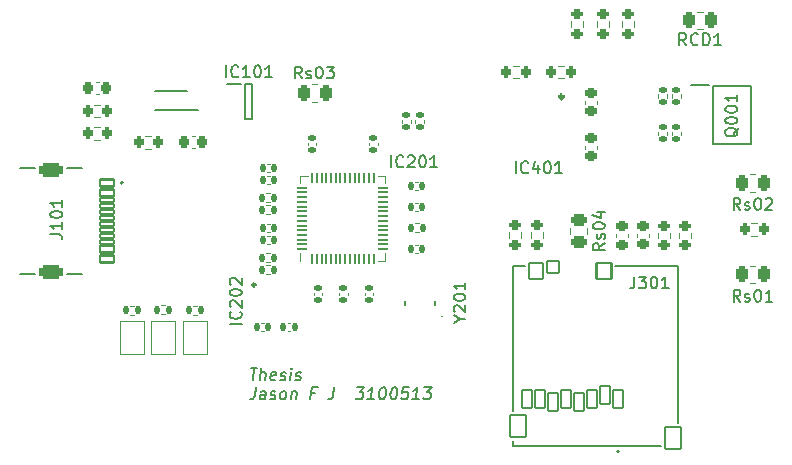
<source format=gto>
%TF.GenerationSoftware,KiCad,Pcbnew,7.0.10*%
%TF.CreationDate,2024-04-09T11:26:51+02:00*%
%TF.ProjectId,SolarCurveTracer,536f6c61-7243-4757-9276-655472616365,v1.0*%
%TF.SameCoordinates,Original*%
%TF.FileFunction,Legend,Top*%
%TF.FilePolarity,Positive*%
%FSLAX46Y46*%
G04 Gerber Fmt 4.6, Leading zero omitted, Abs format (unit mm)*
G04 Created by KiCad (PCBNEW 7.0.10) date 2024-04-09 11:26:51*
%MOMM*%
%LPD*%
G01*
G04 APERTURE LIST*
G04 Aperture macros list*
%AMRoundRect*
0 Rectangle with rounded corners*
0 $1 Rounding radius*
0 $2 $3 $4 $5 $6 $7 $8 $9 X,Y pos of 4 corners*
0 Add a 4 corners polygon primitive as box body*
4,1,4,$2,$3,$4,$5,$6,$7,$8,$9,$2,$3,0*
0 Add four circle primitives for the rounded corners*
1,1,$1+$1,$2,$3*
1,1,$1+$1,$4,$5*
1,1,$1+$1,$6,$7*
1,1,$1+$1,$8,$9*
0 Add four rect primitives between the rounded corners*
20,1,$1+$1,$2,$3,$4,$5,0*
20,1,$1+$1,$4,$5,$6,$7,0*
20,1,$1+$1,$6,$7,$8,$9,0*
20,1,$1+$1,$8,$9,$2,$3,0*%
%AMFreePoly0*
4,1,6,1.000000,0.000000,0.500000,-0.750000,-0.500000,-0.750000,-0.500000,0.750000,0.500000,0.750000,1.000000,0.000000,1.000000,0.000000,$1*%
%AMFreePoly1*
4,1,6,0.500000,-0.750000,-0.650000,-0.750000,-0.150000,0.000000,-0.650000,0.750000,0.500000,0.750000,0.500000,-0.750000,0.500000,-0.750000,$1*%
G04 Aperture macros list end*
%ADD10C,0.150000*%
%ADD11C,0.120000*%
%ADD12C,0.100000*%
%ADD13C,0.200000*%
%ADD14C,0.250000*%
%ADD15C,0.325000*%
%ADD16RoundRect,0.135000X-0.135000X-0.185000X0.135000X-0.185000X0.135000X0.185000X-0.135000X0.185000X0*%
%ADD17R,1.050000X1.300000*%
%ADD18RoundRect,0.200000X-0.200000X-0.275000X0.200000X-0.275000X0.200000X0.275000X-0.200000X0.275000X0*%
%ADD19RoundRect,0.135000X0.185000X-0.135000X0.185000X0.135000X-0.185000X0.135000X-0.185000X-0.135000X0*%
%ADD20RoundRect,0.200000X0.275000X-0.200000X0.275000X0.200000X-0.275000X0.200000X-0.275000X-0.200000X0*%
%ADD21RoundRect,0.225000X0.250000X-0.225000X0.250000X0.225000X-0.250000X0.225000X-0.250000X-0.225000X0*%
%ADD22RoundRect,0.140000X-0.140000X-0.170000X0.140000X-0.170000X0.140000X0.170000X-0.140000X0.170000X0*%
%ADD23RoundRect,0.140000X0.140000X0.170000X-0.140000X0.170000X-0.140000X-0.170000X0.140000X-0.170000X0*%
%ADD24RoundRect,0.200000X0.200000X0.275000X-0.200000X0.275000X-0.200000X-0.275000X0.200000X-0.275000X0*%
%ADD25RoundRect,0.250000X0.262500X0.450000X-0.262500X0.450000X-0.262500X-0.450000X0.262500X-0.450000X0*%
%ADD26RoundRect,0.135000X0.135000X0.185000X-0.135000X0.185000X-0.135000X-0.185000X0.135000X-0.185000X0*%
%ADD27R,0.900000X0.300000*%
%ADD28R,0.250000X1.650000*%
%ADD29RoundRect,0.140000X-0.170000X0.140000X-0.170000X-0.140000X0.170000X-0.140000X0.170000X0.140000X0*%
%ADD30FreePoly0,270.000000*%
%ADD31FreePoly1,270.000000*%
%ADD32C,0.650000*%
%ADD33RoundRect,0.102000X-0.575000X0.300000X-0.575000X-0.300000X0.575000X-0.300000X0.575000X0.300000X0*%
%ADD34RoundRect,0.102000X-0.575000X0.150000X-0.575000X-0.150000X0.575000X-0.150000X0.575000X0.150000X0*%
%ADD35O,2.304000X1.204000*%
%ADD36RoundRect,0.301000X-0.701000X0.301000X-0.701000X-0.301000X0.701000X-0.301000X0.701000X0.301000X0*%
%ADD37C,6.400000*%
%ADD38RoundRect,0.250000X-0.450000X0.262500X-0.450000X-0.262500X0.450000X-0.262500X0.450000X0.262500X0*%
%ADD39RoundRect,0.225000X-0.250000X0.225000X-0.250000X-0.225000X0.250000X-0.225000X0.250000X0.225000X0*%
%ADD40RoundRect,0.250000X-0.262500X-0.450000X0.262500X-0.450000X0.262500X0.450000X-0.262500X0.450000X0*%
%ADD41R,1.525000X0.700000*%
%ADD42RoundRect,0.225000X0.225000X0.250000X-0.225000X0.250000X-0.225000X-0.250000X0.225000X-0.250000X0*%
%ADD43RoundRect,0.050000X0.050000X-0.387500X0.050000X0.387500X-0.050000X0.387500X-0.050000X-0.387500X0*%
%ADD44RoundRect,0.050000X0.387500X-0.050000X0.387500X0.050000X-0.387500X0.050000X-0.387500X-0.050000X0*%
%ADD45R,3.200000X3.200000*%
%ADD46RoundRect,0.140000X0.170000X-0.140000X0.170000X0.140000X-0.170000X0.140000X-0.170000X-0.140000X0*%
%ADD47R,0.350000X0.850000*%
%ADD48R,0.850000X0.350000*%
%ADD49R,2.700000X2.700000*%
%ADD50RoundRect,0.102000X-0.700000X-0.950000X0.700000X-0.950000X0.700000X0.950000X-0.700000X0.950000X0*%
%ADD51RoundRect,0.102000X-0.600000X-0.700000X0.600000X-0.700000X0.600000X0.700000X-0.600000X0.700000X0*%
%ADD52RoundRect,0.102000X-0.650000X-0.700000X0.650000X-0.700000X0.650000X0.700000X-0.650000X0.700000X0*%
%ADD53RoundRect,0.102000X-0.400000X-0.750000X0.400000X-0.750000X0.400000X0.750000X-0.400000X0.750000X0*%
%ADD54RoundRect,0.102000X-0.500000X-0.520000X0.500000X-0.520000X0.500000X0.520000X-0.500000X0.520000X0*%
%ADD55RoundRect,0.200000X-0.275000X0.200000X-0.275000X-0.200000X0.275000X-0.200000X0.275000X0.200000X0*%
%ADD56RoundRect,0.135000X-0.185000X0.135000X-0.185000X-0.135000X0.185000X-0.135000X0.185000X0.135000X0*%
%ADD57R,1.200000X0.600000*%
%ADD58R,1.050000X0.750000*%
%ADD59C,1.803400*%
%ADD60R,1.700000X1.700000*%
%ADD61O,1.700000X1.700000*%
%ADD62R,1.600000X1.600000*%
%ADD63C,1.600000*%
G04 APERTURE END LIST*
D10*
X133256569Y-115014219D02*
X133827998Y-115014219D01*
X133417284Y-116014219D02*
X133542284Y-115014219D01*
X134036331Y-116014219D02*
X134161331Y-115014219D01*
X134464903Y-116014219D02*
X134530379Y-115490409D01*
X134530379Y-115490409D02*
X134494665Y-115395171D01*
X134494665Y-115395171D02*
X134405379Y-115347552D01*
X134405379Y-115347552D02*
X134262522Y-115347552D01*
X134262522Y-115347552D02*
X134161331Y-115395171D01*
X134161331Y-115395171D02*
X134107760Y-115442790D01*
X135327998Y-115966600D02*
X135226808Y-116014219D01*
X135226808Y-116014219D02*
X135036331Y-116014219D01*
X135036331Y-116014219D02*
X134947046Y-115966600D01*
X134947046Y-115966600D02*
X134911331Y-115871361D01*
X134911331Y-115871361D02*
X134958951Y-115490409D01*
X134958951Y-115490409D02*
X135018474Y-115395171D01*
X135018474Y-115395171D02*
X135119665Y-115347552D01*
X135119665Y-115347552D02*
X135310141Y-115347552D01*
X135310141Y-115347552D02*
X135399427Y-115395171D01*
X135399427Y-115395171D02*
X135435141Y-115490409D01*
X135435141Y-115490409D02*
X135423236Y-115585647D01*
X135423236Y-115585647D02*
X134935141Y-115680885D01*
X135756570Y-115966600D02*
X135845855Y-116014219D01*
X135845855Y-116014219D02*
X136036332Y-116014219D01*
X136036332Y-116014219D02*
X136137522Y-115966600D01*
X136137522Y-115966600D02*
X136197046Y-115871361D01*
X136197046Y-115871361D02*
X136202998Y-115823742D01*
X136202998Y-115823742D02*
X136167284Y-115728504D01*
X136167284Y-115728504D02*
X136077998Y-115680885D01*
X136077998Y-115680885D02*
X135935141Y-115680885D01*
X135935141Y-115680885D02*
X135845855Y-115633266D01*
X135845855Y-115633266D02*
X135810141Y-115538028D01*
X135810141Y-115538028D02*
X135816094Y-115490409D01*
X135816094Y-115490409D02*
X135875617Y-115395171D01*
X135875617Y-115395171D02*
X135976808Y-115347552D01*
X135976808Y-115347552D02*
X136119665Y-115347552D01*
X136119665Y-115347552D02*
X136208951Y-115395171D01*
X136607760Y-116014219D02*
X136691094Y-115347552D01*
X136732760Y-115014219D02*
X136679189Y-115061838D01*
X136679189Y-115061838D02*
X136720856Y-115109457D01*
X136720856Y-115109457D02*
X136774427Y-115061838D01*
X136774427Y-115061838D02*
X136732760Y-115014219D01*
X136732760Y-115014219D02*
X136720856Y-115109457D01*
X137042284Y-115966600D02*
X137131569Y-116014219D01*
X137131569Y-116014219D02*
X137322046Y-116014219D01*
X137322046Y-116014219D02*
X137423236Y-115966600D01*
X137423236Y-115966600D02*
X137482760Y-115871361D01*
X137482760Y-115871361D02*
X137488712Y-115823742D01*
X137488712Y-115823742D02*
X137452998Y-115728504D01*
X137452998Y-115728504D02*
X137363712Y-115680885D01*
X137363712Y-115680885D02*
X137220855Y-115680885D01*
X137220855Y-115680885D02*
X137131569Y-115633266D01*
X137131569Y-115633266D02*
X137095855Y-115538028D01*
X137095855Y-115538028D02*
X137101808Y-115490409D01*
X137101808Y-115490409D02*
X137161331Y-115395171D01*
X137161331Y-115395171D02*
X137262522Y-115347552D01*
X137262522Y-115347552D02*
X137405379Y-115347552D01*
X137405379Y-115347552D02*
X137494665Y-115395171D01*
X133685141Y-116624219D02*
X133595855Y-117338504D01*
X133595855Y-117338504D02*
X133530379Y-117481361D01*
X133530379Y-117481361D02*
X133423236Y-117576600D01*
X133423236Y-117576600D02*
X133274426Y-117624219D01*
X133274426Y-117624219D02*
X133179188Y-117624219D01*
X134464903Y-117624219D02*
X134530379Y-117100409D01*
X134530379Y-117100409D02*
X134494665Y-117005171D01*
X134494665Y-117005171D02*
X134405379Y-116957552D01*
X134405379Y-116957552D02*
X134214903Y-116957552D01*
X134214903Y-116957552D02*
X134113712Y-117005171D01*
X134470855Y-117576600D02*
X134369665Y-117624219D01*
X134369665Y-117624219D02*
X134131569Y-117624219D01*
X134131569Y-117624219D02*
X134042284Y-117576600D01*
X134042284Y-117576600D02*
X134006569Y-117481361D01*
X134006569Y-117481361D02*
X134018474Y-117386123D01*
X134018474Y-117386123D02*
X134077998Y-117290885D01*
X134077998Y-117290885D02*
X134179189Y-117243266D01*
X134179189Y-117243266D02*
X134417284Y-117243266D01*
X134417284Y-117243266D02*
X134518474Y-117195647D01*
X134899427Y-117576600D02*
X134988712Y-117624219D01*
X134988712Y-117624219D02*
X135179189Y-117624219D01*
X135179189Y-117624219D02*
X135280379Y-117576600D01*
X135280379Y-117576600D02*
X135339903Y-117481361D01*
X135339903Y-117481361D02*
X135345855Y-117433742D01*
X135345855Y-117433742D02*
X135310141Y-117338504D01*
X135310141Y-117338504D02*
X135220855Y-117290885D01*
X135220855Y-117290885D02*
X135077998Y-117290885D01*
X135077998Y-117290885D02*
X134988712Y-117243266D01*
X134988712Y-117243266D02*
X134952998Y-117148028D01*
X134952998Y-117148028D02*
X134958951Y-117100409D01*
X134958951Y-117100409D02*
X135018474Y-117005171D01*
X135018474Y-117005171D02*
X135119665Y-116957552D01*
X135119665Y-116957552D02*
X135262522Y-116957552D01*
X135262522Y-116957552D02*
X135351808Y-117005171D01*
X135893475Y-117624219D02*
X135804189Y-117576600D01*
X135804189Y-117576600D02*
X135762522Y-117528980D01*
X135762522Y-117528980D02*
X135726808Y-117433742D01*
X135726808Y-117433742D02*
X135762522Y-117148028D01*
X135762522Y-117148028D02*
X135822046Y-117052790D01*
X135822046Y-117052790D02*
X135875617Y-117005171D01*
X135875617Y-117005171D02*
X135976808Y-116957552D01*
X135976808Y-116957552D02*
X136119665Y-116957552D01*
X136119665Y-116957552D02*
X136208951Y-117005171D01*
X136208951Y-117005171D02*
X136250617Y-117052790D01*
X136250617Y-117052790D02*
X136286332Y-117148028D01*
X136286332Y-117148028D02*
X136250617Y-117433742D01*
X136250617Y-117433742D02*
X136191094Y-117528980D01*
X136191094Y-117528980D02*
X136137522Y-117576600D01*
X136137522Y-117576600D02*
X136036332Y-117624219D01*
X136036332Y-117624219D02*
X135893475Y-117624219D01*
X136738713Y-116957552D02*
X136655379Y-117624219D01*
X136726808Y-117052790D02*
X136780379Y-117005171D01*
X136780379Y-117005171D02*
X136881570Y-116957552D01*
X136881570Y-116957552D02*
X137024427Y-116957552D01*
X137024427Y-116957552D02*
X137113713Y-117005171D01*
X137113713Y-117005171D02*
X137149427Y-117100409D01*
X137149427Y-117100409D02*
X137083951Y-117624219D01*
X138720856Y-117100409D02*
X138387523Y-117100409D01*
X138322046Y-117624219D02*
X138447046Y-116624219D01*
X138447046Y-116624219D02*
X138923237Y-116624219D01*
X140351809Y-116624219D02*
X140262523Y-117338504D01*
X140262523Y-117338504D02*
X140197047Y-117481361D01*
X140197047Y-117481361D02*
X140089904Y-117576600D01*
X140089904Y-117576600D02*
X139941094Y-117624219D01*
X139941094Y-117624219D02*
X139845856Y-117624219D01*
X142256571Y-116624219D02*
X142875619Y-116624219D01*
X142875619Y-116624219D02*
X142494667Y-117005171D01*
X142494667Y-117005171D02*
X142637524Y-117005171D01*
X142637524Y-117005171D02*
X142726809Y-117052790D01*
X142726809Y-117052790D02*
X142768476Y-117100409D01*
X142768476Y-117100409D02*
X142804190Y-117195647D01*
X142804190Y-117195647D02*
X142774428Y-117433742D01*
X142774428Y-117433742D02*
X142714905Y-117528980D01*
X142714905Y-117528980D02*
X142661333Y-117576600D01*
X142661333Y-117576600D02*
X142560143Y-117624219D01*
X142560143Y-117624219D02*
X142274428Y-117624219D01*
X142274428Y-117624219D02*
X142185143Y-117576600D01*
X142185143Y-117576600D02*
X142143476Y-117528980D01*
X143703000Y-117624219D02*
X143131571Y-117624219D01*
X143417286Y-117624219D02*
X143542286Y-116624219D01*
X143542286Y-116624219D02*
X143429190Y-116767076D01*
X143429190Y-116767076D02*
X143322048Y-116862314D01*
X143322048Y-116862314D02*
X143220857Y-116909933D01*
X144447048Y-116624219D02*
X144542286Y-116624219D01*
X144542286Y-116624219D02*
X144631571Y-116671838D01*
X144631571Y-116671838D02*
X144673238Y-116719457D01*
X144673238Y-116719457D02*
X144708952Y-116814695D01*
X144708952Y-116814695D02*
X144732762Y-117005171D01*
X144732762Y-117005171D02*
X144703000Y-117243266D01*
X144703000Y-117243266D02*
X144631571Y-117433742D01*
X144631571Y-117433742D02*
X144572048Y-117528980D01*
X144572048Y-117528980D02*
X144518476Y-117576600D01*
X144518476Y-117576600D02*
X144417286Y-117624219D01*
X144417286Y-117624219D02*
X144322048Y-117624219D01*
X144322048Y-117624219D02*
X144232762Y-117576600D01*
X144232762Y-117576600D02*
X144191095Y-117528980D01*
X144191095Y-117528980D02*
X144155381Y-117433742D01*
X144155381Y-117433742D02*
X144131571Y-117243266D01*
X144131571Y-117243266D02*
X144161333Y-117005171D01*
X144161333Y-117005171D02*
X144232762Y-116814695D01*
X144232762Y-116814695D02*
X144292286Y-116719457D01*
X144292286Y-116719457D02*
X144345857Y-116671838D01*
X144345857Y-116671838D02*
X144447048Y-116624219D01*
X145399429Y-116624219D02*
X145494667Y-116624219D01*
X145494667Y-116624219D02*
X145583952Y-116671838D01*
X145583952Y-116671838D02*
X145625619Y-116719457D01*
X145625619Y-116719457D02*
X145661333Y-116814695D01*
X145661333Y-116814695D02*
X145685143Y-117005171D01*
X145685143Y-117005171D02*
X145655381Y-117243266D01*
X145655381Y-117243266D02*
X145583952Y-117433742D01*
X145583952Y-117433742D02*
X145524429Y-117528980D01*
X145524429Y-117528980D02*
X145470857Y-117576600D01*
X145470857Y-117576600D02*
X145369667Y-117624219D01*
X145369667Y-117624219D02*
X145274429Y-117624219D01*
X145274429Y-117624219D02*
X145185143Y-117576600D01*
X145185143Y-117576600D02*
X145143476Y-117528980D01*
X145143476Y-117528980D02*
X145107762Y-117433742D01*
X145107762Y-117433742D02*
X145083952Y-117243266D01*
X145083952Y-117243266D02*
X145113714Y-117005171D01*
X145113714Y-117005171D02*
X145185143Y-116814695D01*
X145185143Y-116814695D02*
X145244667Y-116719457D01*
X145244667Y-116719457D02*
X145298238Y-116671838D01*
X145298238Y-116671838D02*
X145399429Y-116624219D01*
X146637524Y-116624219D02*
X146161333Y-116624219D01*
X146161333Y-116624219D02*
X146054191Y-117100409D01*
X146054191Y-117100409D02*
X146107762Y-117052790D01*
X146107762Y-117052790D02*
X146208952Y-117005171D01*
X146208952Y-117005171D02*
X146447048Y-117005171D01*
X146447048Y-117005171D02*
X146536333Y-117052790D01*
X146536333Y-117052790D02*
X146578000Y-117100409D01*
X146578000Y-117100409D02*
X146613714Y-117195647D01*
X146613714Y-117195647D02*
X146583952Y-117433742D01*
X146583952Y-117433742D02*
X146524429Y-117528980D01*
X146524429Y-117528980D02*
X146470857Y-117576600D01*
X146470857Y-117576600D02*
X146369667Y-117624219D01*
X146369667Y-117624219D02*
X146131571Y-117624219D01*
X146131571Y-117624219D02*
X146042286Y-117576600D01*
X146042286Y-117576600D02*
X146000619Y-117528980D01*
X147512524Y-117624219D02*
X146941095Y-117624219D01*
X147226810Y-117624219D02*
X147351810Y-116624219D01*
X147351810Y-116624219D02*
X147238714Y-116767076D01*
X147238714Y-116767076D02*
X147131572Y-116862314D01*
X147131572Y-116862314D02*
X147030381Y-116909933D01*
X147970857Y-116624219D02*
X148589905Y-116624219D01*
X148589905Y-116624219D02*
X148208953Y-117005171D01*
X148208953Y-117005171D02*
X148351810Y-117005171D01*
X148351810Y-117005171D02*
X148441095Y-117052790D01*
X148441095Y-117052790D02*
X148482762Y-117100409D01*
X148482762Y-117100409D02*
X148518476Y-117195647D01*
X148518476Y-117195647D02*
X148488714Y-117433742D01*
X148488714Y-117433742D02*
X148429191Y-117528980D01*
X148429191Y-117528980D02*
X148375619Y-117576600D01*
X148375619Y-117576600D02*
X148274429Y-117624219D01*
X148274429Y-117624219D02*
X147988714Y-117624219D01*
X147988714Y-117624219D02*
X147899429Y-117576600D01*
X147899429Y-117576600D02*
X147857762Y-117528980D01*
X150956228Y-110851771D02*
X151432419Y-110851771D01*
X150432419Y-111185104D02*
X150956228Y-110851771D01*
X150956228Y-110851771D02*
X150432419Y-110518438D01*
X150527657Y-110232723D02*
X150480038Y-110185104D01*
X150480038Y-110185104D02*
X150432419Y-110089866D01*
X150432419Y-110089866D02*
X150432419Y-109851771D01*
X150432419Y-109851771D02*
X150480038Y-109756533D01*
X150480038Y-109756533D02*
X150527657Y-109708914D01*
X150527657Y-109708914D02*
X150622895Y-109661295D01*
X150622895Y-109661295D02*
X150718133Y-109661295D01*
X150718133Y-109661295D02*
X150860990Y-109708914D01*
X150860990Y-109708914D02*
X151432419Y-110280342D01*
X151432419Y-110280342D02*
X151432419Y-109661295D01*
X150432419Y-109042247D02*
X150432419Y-108947009D01*
X150432419Y-108947009D02*
X150480038Y-108851771D01*
X150480038Y-108851771D02*
X150527657Y-108804152D01*
X150527657Y-108804152D02*
X150622895Y-108756533D01*
X150622895Y-108756533D02*
X150813371Y-108708914D01*
X150813371Y-108708914D02*
X151051466Y-108708914D01*
X151051466Y-108708914D02*
X151241942Y-108756533D01*
X151241942Y-108756533D02*
X151337180Y-108804152D01*
X151337180Y-108804152D02*
X151384800Y-108851771D01*
X151384800Y-108851771D02*
X151432419Y-108947009D01*
X151432419Y-108947009D02*
X151432419Y-109042247D01*
X151432419Y-109042247D02*
X151384800Y-109137485D01*
X151384800Y-109137485D02*
X151337180Y-109185104D01*
X151337180Y-109185104D02*
X151241942Y-109232723D01*
X151241942Y-109232723D02*
X151051466Y-109280342D01*
X151051466Y-109280342D02*
X150813371Y-109280342D01*
X150813371Y-109280342D02*
X150622895Y-109232723D01*
X150622895Y-109232723D02*
X150527657Y-109185104D01*
X150527657Y-109185104D02*
X150480038Y-109137485D01*
X150480038Y-109137485D02*
X150432419Y-109042247D01*
X151432419Y-107756533D02*
X151432419Y-108327961D01*
X151432419Y-108042247D02*
X150432419Y-108042247D01*
X150432419Y-108042247D02*
X150575276Y-108137485D01*
X150575276Y-108137485D02*
X150670514Y-108232723D01*
X150670514Y-108232723D02*
X150718133Y-108327961D01*
X170130933Y-87652019D02*
X169797600Y-87175828D01*
X169559505Y-87652019D02*
X169559505Y-86652019D01*
X169559505Y-86652019D02*
X169940457Y-86652019D01*
X169940457Y-86652019D02*
X170035695Y-86699638D01*
X170035695Y-86699638D02*
X170083314Y-86747257D01*
X170083314Y-86747257D02*
X170130933Y-86842495D01*
X170130933Y-86842495D02*
X170130933Y-86985352D01*
X170130933Y-86985352D02*
X170083314Y-87080590D01*
X170083314Y-87080590D02*
X170035695Y-87128209D01*
X170035695Y-87128209D02*
X169940457Y-87175828D01*
X169940457Y-87175828D02*
X169559505Y-87175828D01*
X171130933Y-87556780D02*
X171083314Y-87604400D01*
X171083314Y-87604400D02*
X170940457Y-87652019D01*
X170940457Y-87652019D02*
X170845219Y-87652019D01*
X170845219Y-87652019D02*
X170702362Y-87604400D01*
X170702362Y-87604400D02*
X170607124Y-87509161D01*
X170607124Y-87509161D02*
X170559505Y-87413923D01*
X170559505Y-87413923D02*
X170511886Y-87223447D01*
X170511886Y-87223447D02*
X170511886Y-87080590D01*
X170511886Y-87080590D02*
X170559505Y-86890114D01*
X170559505Y-86890114D02*
X170607124Y-86794876D01*
X170607124Y-86794876D02*
X170702362Y-86699638D01*
X170702362Y-86699638D02*
X170845219Y-86652019D01*
X170845219Y-86652019D02*
X170940457Y-86652019D01*
X170940457Y-86652019D02*
X171083314Y-86699638D01*
X171083314Y-86699638D02*
X171130933Y-86747257D01*
X171559505Y-87652019D02*
X171559505Y-86652019D01*
X171559505Y-86652019D02*
X171797600Y-86652019D01*
X171797600Y-86652019D02*
X171940457Y-86699638D01*
X171940457Y-86699638D02*
X172035695Y-86794876D01*
X172035695Y-86794876D02*
X172083314Y-86890114D01*
X172083314Y-86890114D02*
X172130933Y-87080590D01*
X172130933Y-87080590D02*
X172130933Y-87223447D01*
X172130933Y-87223447D02*
X172083314Y-87413923D01*
X172083314Y-87413923D02*
X172035695Y-87509161D01*
X172035695Y-87509161D02*
X171940457Y-87604400D01*
X171940457Y-87604400D02*
X171797600Y-87652019D01*
X171797600Y-87652019D02*
X171559505Y-87652019D01*
X173083314Y-87652019D02*
X172511886Y-87652019D01*
X172797600Y-87652019D02*
X172797600Y-86652019D01*
X172797600Y-86652019D02*
X172702362Y-86794876D01*
X172702362Y-86794876D02*
X172607124Y-86890114D01*
X172607124Y-86890114D02*
X172511886Y-86937733D01*
X132484019Y-111250170D02*
X131484019Y-111250170D01*
X132388780Y-110202552D02*
X132436400Y-110250171D01*
X132436400Y-110250171D02*
X132484019Y-110393028D01*
X132484019Y-110393028D02*
X132484019Y-110488266D01*
X132484019Y-110488266D02*
X132436400Y-110631123D01*
X132436400Y-110631123D02*
X132341161Y-110726361D01*
X132341161Y-110726361D02*
X132245923Y-110773980D01*
X132245923Y-110773980D02*
X132055447Y-110821599D01*
X132055447Y-110821599D02*
X131912590Y-110821599D01*
X131912590Y-110821599D02*
X131722114Y-110773980D01*
X131722114Y-110773980D02*
X131626876Y-110726361D01*
X131626876Y-110726361D02*
X131531638Y-110631123D01*
X131531638Y-110631123D02*
X131484019Y-110488266D01*
X131484019Y-110488266D02*
X131484019Y-110393028D01*
X131484019Y-110393028D02*
X131531638Y-110250171D01*
X131531638Y-110250171D02*
X131579257Y-110202552D01*
X131579257Y-109821599D02*
X131531638Y-109773980D01*
X131531638Y-109773980D02*
X131484019Y-109678742D01*
X131484019Y-109678742D02*
X131484019Y-109440647D01*
X131484019Y-109440647D02*
X131531638Y-109345409D01*
X131531638Y-109345409D02*
X131579257Y-109297790D01*
X131579257Y-109297790D02*
X131674495Y-109250171D01*
X131674495Y-109250171D02*
X131769733Y-109250171D01*
X131769733Y-109250171D02*
X131912590Y-109297790D01*
X131912590Y-109297790D02*
X132484019Y-109869218D01*
X132484019Y-109869218D02*
X132484019Y-109250171D01*
X131484019Y-108631123D02*
X131484019Y-108535885D01*
X131484019Y-108535885D02*
X131531638Y-108440647D01*
X131531638Y-108440647D02*
X131579257Y-108393028D01*
X131579257Y-108393028D02*
X131674495Y-108345409D01*
X131674495Y-108345409D02*
X131864971Y-108297790D01*
X131864971Y-108297790D02*
X132103066Y-108297790D01*
X132103066Y-108297790D02*
X132293542Y-108345409D01*
X132293542Y-108345409D02*
X132388780Y-108393028D01*
X132388780Y-108393028D02*
X132436400Y-108440647D01*
X132436400Y-108440647D02*
X132484019Y-108535885D01*
X132484019Y-108535885D02*
X132484019Y-108631123D01*
X132484019Y-108631123D02*
X132436400Y-108726361D01*
X132436400Y-108726361D02*
X132388780Y-108773980D01*
X132388780Y-108773980D02*
X132293542Y-108821599D01*
X132293542Y-108821599D02*
X132103066Y-108869218D01*
X132103066Y-108869218D02*
X131864971Y-108869218D01*
X131864971Y-108869218D02*
X131674495Y-108821599D01*
X131674495Y-108821599D02*
X131579257Y-108773980D01*
X131579257Y-108773980D02*
X131531638Y-108726361D01*
X131531638Y-108726361D02*
X131484019Y-108631123D01*
X131579257Y-107916837D02*
X131531638Y-107869218D01*
X131531638Y-107869218D02*
X131484019Y-107773980D01*
X131484019Y-107773980D02*
X131484019Y-107535885D01*
X131484019Y-107535885D02*
X131531638Y-107440647D01*
X131531638Y-107440647D02*
X131579257Y-107393028D01*
X131579257Y-107393028D02*
X131674495Y-107345409D01*
X131674495Y-107345409D02*
X131769733Y-107345409D01*
X131769733Y-107345409D02*
X131912590Y-107393028D01*
X131912590Y-107393028D02*
X132484019Y-107964456D01*
X132484019Y-107964456D02*
X132484019Y-107345409D01*
X116294819Y-103647714D02*
X117009104Y-103647714D01*
X117009104Y-103647714D02*
X117151961Y-103695333D01*
X117151961Y-103695333D02*
X117247200Y-103790571D01*
X117247200Y-103790571D02*
X117294819Y-103933428D01*
X117294819Y-103933428D02*
X117294819Y-104028666D01*
X117294819Y-102647714D02*
X117294819Y-103219142D01*
X117294819Y-102933428D02*
X116294819Y-102933428D01*
X116294819Y-102933428D02*
X116437676Y-103028666D01*
X116437676Y-103028666D02*
X116532914Y-103123904D01*
X116532914Y-103123904D02*
X116580533Y-103219142D01*
X116294819Y-102028666D02*
X116294819Y-101933428D01*
X116294819Y-101933428D02*
X116342438Y-101838190D01*
X116342438Y-101838190D02*
X116390057Y-101790571D01*
X116390057Y-101790571D02*
X116485295Y-101742952D01*
X116485295Y-101742952D02*
X116675771Y-101695333D01*
X116675771Y-101695333D02*
X116913866Y-101695333D01*
X116913866Y-101695333D02*
X117104342Y-101742952D01*
X117104342Y-101742952D02*
X117199580Y-101790571D01*
X117199580Y-101790571D02*
X117247200Y-101838190D01*
X117247200Y-101838190D02*
X117294819Y-101933428D01*
X117294819Y-101933428D02*
X117294819Y-102028666D01*
X117294819Y-102028666D02*
X117247200Y-102123904D01*
X117247200Y-102123904D02*
X117199580Y-102171523D01*
X117199580Y-102171523D02*
X117104342Y-102219142D01*
X117104342Y-102219142D02*
X116913866Y-102266761D01*
X116913866Y-102266761D02*
X116675771Y-102266761D01*
X116675771Y-102266761D02*
X116485295Y-102219142D01*
X116485295Y-102219142D02*
X116390057Y-102171523D01*
X116390057Y-102171523D02*
X116342438Y-102123904D01*
X116342438Y-102123904D02*
X116294819Y-102028666D01*
X117294819Y-100742952D02*
X117294819Y-101314380D01*
X117294819Y-101028666D02*
X116294819Y-101028666D01*
X116294819Y-101028666D02*
X116437676Y-101123904D01*
X116437676Y-101123904D02*
X116532914Y-101219142D01*
X116532914Y-101219142D02*
X116580533Y-101314380D01*
X163218019Y-104425619D02*
X162741828Y-104758952D01*
X163218019Y-104997047D02*
X162218019Y-104997047D01*
X162218019Y-104997047D02*
X162218019Y-104616095D01*
X162218019Y-104616095D02*
X162265638Y-104520857D01*
X162265638Y-104520857D02*
X162313257Y-104473238D01*
X162313257Y-104473238D02*
X162408495Y-104425619D01*
X162408495Y-104425619D02*
X162551352Y-104425619D01*
X162551352Y-104425619D02*
X162646590Y-104473238D01*
X162646590Y-104473238D02*
X162694209Y-104520857D01*
X162694209Y-104520857D02*
X162741828Y-104616095D01*
X162741828Y-104616095D02*
X162741828Y-104997047D01*
X163170400Y-104044666D02*
X163218019Y-103949428D01*
X163218019Y-103949428D02*
X163218019Y-103758952D01*
X163218019Y-103758952D02*
X163170400Y-103663714D01*
X163170400Y-103663714D02*
X163075161Y-103616095D01*
X163075161Y-103616095D02*
X163027542Y-103616095D01*
X163027542Y-103616095D02*
X162932304Y-103663714D01*
X162932304Y-103663714D02*
X162884685Y-103758952D01*
X162884685Y-103758952D02*
X162884685Y-103901809D01*
X162884685Y-103901809D02*
X162837066Y-103997047D01*
X162837066Y-103997047D02*
X162741828Y-104044666D01*
X162741828Y-104044666D02*
X162694209Y-104044666D01*
X162694209Y-104044666D02*
X162598971Y-103997047D01*
X162598971Y-103997047D02*
X162551352Y-103901809D01*
X162551352Y-103901809D02*
X162551352Y-103758952D01*
X162551352Y-103758952D02*
X162598971Y-103663714D01*
X162218019Y-102997047D02*
X162218019Y-102901809D01*
X162218019Y-102901809D02*
X162265638Y-102806571D01*
X162265638Y-102806571D02*
X162313257Y-102758952D01*
X162313257Y-102758952D02*
X162408495Y-102711333D01*
X162408495Y-102711333D02*
X162598971Y-102663714D01*
X162598971Y-102663714D02*
X162837066Y-102663714D01*
X162837066Y-102663714D02*
X163027542Y-102711333D01*
X163027542Y-102711333D02*
X163122780Y-102758952D01*
X163122780Y-102758952D02*
X163170400Y-102806571D01*
X163170400Y-102806571D02*
X163218019Y-102901809D01*
X163218019Y-102901809D02*
X163218019Y-102997047D01*
X163218019Y-102997047D02*
X163170400Y-103092285D01*
X163170400Y-103092285D02*
X163122780Y-103139904D01*
X163122780Y-103139904D02*
X163027542Y-103187523D01*
X163027542Y-103187523D02*
X162837066Y-103235142D01*
X162837066Y-103235142D02*
X162598971Y-103235142D01*
X162598971Y-103235142D02*
X162408495Y-103187523D01*
X162408495Y-103187523D02*
X162313257Y-103139904D01*
X162313257Y-103139904D02*
X162265638Y-103092285D01*
X162265638Y-103092285D02*
X162218019Y-102997047D01*
X162551352Y-101806571D02*
X163218019Y-101806571D01*
X162170400Y-102044666D02*
X162884685Y-102282761D01*
X162884685Y-102282761D02*
X162884685Y-101663714D01*
X174720380Y-101597619D02*
X174387047Y-101121428D01*
X174148952Y-101597619D02*
X174148952Y-100597619D01*
X174148952Y-100597619D02*
X174529904Y-100597619D01*
X174529904Y-100597619D02*
X174625142Y-100645238D01*
X174625142Y-100645238D02*
X174672761Y-100692857D01*
X174672761Y-100692857D02*
X174720380Y-100788095D01*
X174720380Y-100788095D02*
X174720380Y-100930952D01*
X174720380Y-100930952D02*
X174672761Y-101026190D01*
X174672761Y-101026190D02*
X174625142Y-101073809D01*
X174625142Y-101073809D02*
X174529904Y-101121428D01*
X174529904Y-101121428D02*
X174148952Y-101121428D01*
X175101333Y-101550000D02*
X175196571Y-101597619D01*
X175196571Y-101597619D02*
X175387047Y-101597619D01*
X175387047Y-101597619D02*
X175482285Y-101550000D01*
X175482285Y-101550000D02*
X175529904Y-101454761D01*
X175529904Y-101454761D02*
X175529904Y-101407142D01*
X175529904Y-101407142D02*
X175482285Y-101311904D01*
X175482285Y-101311904D02*
X175387047Y-101264285D01*
X175387047Y-101264285D02*
X175244190Y-101264285D01*
X175244190Y-101264285D02*
X175148952Y-101216666D01*
X175148952Y-101216666D02*
X175101333Y-101121428D01*
X175101333Y-101121428D02*
X175101333Y-101073809D01*
X175101333Y-101073809D02*
X175148952Y-100978571D01*
X175148952Y-100978571D02*
X175244190Y-100930952D01*
X175244190Y-100930952D02*
X175387047Y-100930952D01*
X175387047Y-100930952D02*
X175482285Y-100978571D01*
X176148952Y-100597619D02*
X176244190Y-100597619D01*
X176244190Y-100597619D02*
X176339428Y-100645238D01*
X176339428Y-100645238D02*
X176387047Y-100692857D01*
X176387047Y-100692857D02*
X176434666Y-100788095D01*
X176434666Y-100788095D02*
X176482285Y-100978571D01*
X176482285Y-100978571D02*
X176482285Y-101216666D01*
X176482285Y-101216666D02*
X176434666Y-101407142D01*
X176434666Y-101407142D02*
X176387047Y-101502380D01*
X176387047Y-101502380D02*
X176339428Y-101550000D01*
X176339428Y-101550000D02*
X176244190Y-101597619D01*
X176244190Y-101597619D02*
X176148952Y-101597619D01*
X176148952Y-101597619D02*
X176053714Y-101550000D01*
X176053714Y-101550000D02*
X176006095Y-101502380D01*
X176006095Y-101502380D02*
X175958476Y-101407142D01*
X175958476Y-101407142D02*
X175910857Y-101216666D01*
X175910857Y-101216666D02*
X175910857Y-100978571D01*
X175910857Y-100978571D02*
X175958476Y-100788095D01*
X175958476Y-100788095D02*
X176006095Y-100692857D01*
X176006095Y-100692857D02*
X176053714Y-100645238D01*
X176053714Y-100645238D02*
X176148952Y-100597619D01*
X176863238Y-100692857D02*
X176910857Y-100645238D01*
X176910857Y-100645238D02*
X177006095Y-100597619D01*
X177006095Y-100597619D02*
X177244190Y-100597619D01*
X177244190Y-100597619D02*
X177339428Y-100645238D01*
X177339428Y-100645238D02*
X177387047Y-100692857D01*
X177387047Y-100692857D02*
X177434666Y-100788095D01*
X177434666Y-100788095D02*
X177434666Y-100883333D01*
X177434666Y-100883333D02*
X177387047Y-101026190D01*
X177387047Y-101026190D02*
X176815619Y-101597619D01*
X176815619Y-101597619D02*
X177434666Y-101597619D01*
X174720380Y-109370019D02*
X174387047Y-108893828D01*
X174148952Y-109370019D02*
X174148952Y-108370019D01*
X174148952Y-108370019D02*
X174529904Y-108370019D01*
X174529904Y-108370019D02*
X174625142Y-108417638D01*
X174625142Y-108417638D02*
X174672761Y-108465257D01*
X174672761Y-108465257D02*
X174720380Y-108560495D01*
X174720380Y-108560495D02*
X174720380Y-108703352D01*
X174720380Y-108703352D02*
X174672761Y-108798590D01*
X174672761Y-108798590D02*
X174625142Y-108846209D01*
X174625142Y-108846209D02*
X174529904Y-108893828D01*
X174529904Y-108893828D02*
X174148952Y-108893828D01*
X175101333Y-109322400D02*
X175196571Y-109370019D01*
X175196571Y-109370019D02*
X175387047Y-109370019D01*
X175387047Y-109370019D02*
X175482285Y-109322400D01*
X175482285Y-109322400D02*
X175529904Y-109227161D01*
X175529904Y-109227161D02*
X175529904Y-109179542D01*
X175529904Y-109179542D02*
X175482285Y-109084304D01*
X175482285Y-109084304D02*
X175387047Y-109036685D01*
X175387047Y-109036685D02*
X175244190Y-109036685D01*
X175244190Y-109036685D02*
X175148952Y-108989066D01*
X175148952Y-108989066D02*
X175101333Y-108893828D01*
X175101333Y-108893828D02*
X175101333Y-108846209D01*
X175101333Y-108846209D02*
X175148952Y-108750971D01*
X175148952Y-108750971D02*
X175244190Y-108703352D01*
X175244190Y-108703352D02*
X175387047Y-108703352D01*
X175387047Y-108703352D02*
X175482285Y-108750971D01*
X176148952Y-108370019D02*
X176244190Y-108370019D01*
X176244190Y-108370019D02*
X176339428Y-108417638D01*
X176339428Y-108417638D02*
X176387047Y-108465257D01*
X176387047Y-108465257D02*
X176434666Y-108560495D01*
X176434666Y-108560495D02*
X176482285Y-108750971D01*
X176482285Y-108750971D02*
X176482285Y-108989066D01*
X176482285Y-108989066D02*
X176434666Y-109179542D01*
X176434666Y-109179542D02*
X176387047Y-109274780D01*
X176387047Y-109274780D02*
X176339428Y-109322400D01*
X176339428Y-109322400D02*
X176244190Y-109370019D01*
X176244190Y-109370019D02*
X176148952Y-109370019D01*
X176148952Y-109370019D02*
X176053714Y-109322400D01*
X176053714Y-109322400D02*
X176006095Y-109274780D01*
X176006095Y-109274780D02*
X175958476Y-109179542D01*
X175958476Y-109179542D02*
X175910857Y-108989066D01*
X175910857Y-108989066D02*
X175910857Y-108750971D01*
X175910857Y-108750971D02*
X175958476Y-108560495D01*
X175958476Y-108560495D02*
X176006095Y-108465257D01*
X176006095Y-108465257D02*
X176053714Y-108417638D01*
X176053714Y-108417638D02*
X176148952Y-108370019D01*
X177434666Y-109370019D02*
X176863238Y-109370019D01*
X177148952Y-109370019D02*
X177148952Y-108370019D01*
X177148952Y-108370019D02*
X177053714Y-108512876D01*
X177053714Y-108512876D02*
X176958476Y-108608114D01*
X176958476Y-108608114D02*
X176863238Y-108655733D01*
X174540057Y-94646619D02*
X174492438Y-94741857D01*
X174492438Y-94741857D02*
X174397200Y-94837095D01*
X174397200Y-94837095D02*
X174254342Y-94979952D01*
X174254342Y-94979952D02*
X174206723Y-95075190D01*
X174206723Y-95075190D02*
X174206723Y-95170428D01*
X174444819Y-95122809D02*
X174397200Y-95218047D01*
X174397200Y-95218047D02*
X174301961Y-95313285D01*
X174301961Y-95313285D02*
X174111485Y-95360904D01*
X174111485Y-95360904D02*
X173778152Y-95360904D01*
X173778152Y-95360904D02*
X173587676Y-95313285D01*
X173587676Y-95313285D02*
X173492438Y-95218047D01*
X173492438Y-95218047D02*
X173444819Y-95122809D01*
X173444819Y-95122809D02*
X173444819Y-94932333D01*
X173444819Y-94932333D02*
X173492438Y-94837095D01*
X173492438Y-94837095D02*
X173587676Y-94741857D01*
X173587676Y-94741857D02*
X173778152Y-94694238D01*
X173778152Y-94694238D02*
X174111485Y-94694238D01*
X174111485Y-94694238D02*
X174301961Y-94741857D01*
X174301961Y-94741857D02*
X174397200Y-94837095D01*
X174397200Y-94837095D02*
X174444819Y-94932333D01*
X174444819Y-94932333D02*
X174444819Y-95122809D01*
X173444819Y-94075190D02*
X173444819Y-93979952D01*
X173444819Y-93979952D02*
X173492438Y-93884714D01*
X173492438Y-93884714D02*
X173540057Y-93837095D01*
X173540057Y-93837095D02*
X173635295Y-93789476D01*
X173635295Y-93789476D02*
X173825771Y-93741857D01*
X173825771Y-93741857D02*
X174063866Y-93741857D01*
X174063866Y-93741857D02*
X174254342Y-93789476D01*
X174254342Y-93789476D02*
X174349580Y-93837095D01*
X174349580Y-93837095D02*
X174397200Y-93884714D01*
X174397200Y-93884714D02*
X174444819Y-93979952D01*
X174444819Y-93979952D02*
X174444819Y-94075190D01*
X174444819Y-94075190D02*
X174397200Y-94170428D01*
X174397200Y-94170428D02*
X174349580Y-94218047D01*
X174349580Y-94218047D02*
X174254342Y-94265666D01*
X174254342Y-94265666D02*
X174063866Y-94313285D01*
X174063866Y-94313285D02*
X173825771Y-94313285D01*
X173825771Y-94313285D02*
X173635295Y-94265666D01*
X173635295Y-94265666D02*
X173540057Y-94218047D01*
X173540057Y-94218047D02*
X173492438Y-94170428D01*
X173492438Y-94170428D02*
X173444819Y-94075190D01*
X173444819Y-93122809D02*
X173444819Y-93027571D01*
X173444819Y-93027571D02*
X173492438Y-92932333D01*
X173492438Y-92932333D02*
X173540057Y-92884714D01*
X173540057Y-92884714D02*
X173635295Y-92837095D01*
X173635295Y-92837095D02*
X173825771Y-92789476D01*
X173825771Y-92789476D02*
X174063866Y-92789476D01*
X174063866Y-92789476D02*
X174254342Y-92837095D01*
X174254342Y-92837095D02*
X174349580Y-92884714D01*
X174349580Y-92884714D02*
X174397200Y-92932333D01*
X174397200Y-92932333D02*
X174444819Y-93027571D01*
X174444819Y-93027571D02*
X174444819Y-93122809D01*
X174444819Y-93122809D02*
X174397200Y-93218047D01*
X174397200Y-93218047D02*
X174349580Y-93265666D01*
X174349580Y-93265666D02*
X174254342Y-93313285D01*
X174254342Y-93313285D02*
X174063866Y-93360904D01*
X174063866Y-93360904D02*
X173825771Y-93360904D01*
X173825771Y-93360904D02*
X173635295Y-93313285D01*
X173635295Y-93313285D02*
X173540057Y-93265666D01*
X173540057Y-93265666D02*
X173492438Y-93218047D01*
X173492438Y-93218047D02*
X173444819Y-93122809D01*
X174444819Y-91837095D02*
X174444819Y-92408523D01*
X174444819Y-92122809D02*
X173444819Y-92122809D01*
X173444819Y-92122809D02*
X173587676Y-92218047D01*
X173587676Y-92218047D02*
X173682914Y-92313285D01*
X173682914Y-92313285D02*
X173730533Y-92408523D01*
X145137429Y-97990819D02*
X145137429Y-96990819D01*
X146185047Y-97895580D02*
X146137428Y-97943200D01*
X146137428Y-97943200D02*
X145994571Y-97990819D01*
X145994571Y-97990819D02*
X145899333Y-97990819D01*
X145899333Y-97990819D02*
X145756476Y-97943200D01*
X145756476Y-97943200D02*
X145661238Y-97847961D01*
X145661238Y-97847961D02*
X145613619Y-97752723D01*
X145613619Y-97752723D02*
X145566000Y-97562247D01*
X145566000Y-97562247D02*
X145566000Y-97419390D01*
X145566000Y-97419390D02*
X145613619Y-97228914D01*
X145613619Y-97228914D02*
X145661238Y-97133676D01*
X145661238Y-97133676D02*
X145756476Y-97038438D01*
X145756476Y-97038438D02*
X145899333Y-96990819D01*
X145899333Y-96990819D02*
X145994571Y-96990819D01*
X145994571Y-96990819D02*
X146137428Y-97038438D01*
X146137428Y-97038438D02*
X146185047Y-97086057D01*
X146566000Y-97086057D02*
X146613619Y-97038438D01*
X146613619Y-97038438D02*
X146708857Y-96990819D01*
X146708857Y-96990819D02*
X146946952Y-96990819D01*
X146946952Y-96990819D02*
X147042190Y-97038438D01*
X147042190Y-97038438D02*
X147089809Y-97086057D01*
X147089809Y-97086057D02*
X147137428Y-97181295D01*
X147137428Y-97181295D02*
X147137428Y-97276533D01*
X147137428Y-97276533D02*
X147089809Y-97419390D01*
X147089809Y-97419390D02*
X146518381Y-97990819D01*
X146518381Y-97990819D02*
X147137428Y-97990819D01*
X147756476Y-96990819D02*
X147851714Y-96990819D01*
X147851714Y-96990819D02*
X147946952Y-97038438D01*
X147946952Y-97038438D02*
X147994571Y-97086057D01*
X147994571Y-97086057D02*
X148042190Y-97181295D01*
X148042190Y-97181295D02*
X148089809Y-97371771D01*
X148089809Y-97371771D02*
X148089809Y-97609866D01*
X148089809Y-97609866D02*
X148042190Y-97800342D01*
X148042190Y-97800342D02*
X147994571Y-97895580D01*
X147994571Y-97895580D02*
X147946952Y-97943200D01*
X147946952Y-97943200D02*
X147851714Y-97990819D01*
X147851714Y-97990819D02*
X147756476Y-97990819D01*
X147756476Y-97990819D02*
X147661238Y-97943200D01*
X147661238Y-97943200D02*
X147613619Y-97895580D01*
X147613619Y-97895580D02*
X147566000Y-97800342D01*
X147566000Y-97800342D02*
X147518381Y-97609866D01*
X147518381Y-97609866D02*
X147518381Y-97371771D01*
X147518381Y-97371771D02*
X147566000Y-97181295D01*
X147566000Y-97181295D02*
X147613619Y-97086057D01*
X147613619Y-97086057D02*
X147661238Y-97038438D01*
X147661238Y-97038438D02*
X147756476Y-96990819D01*
X149042190Y-97990819D02*
X148470762Y-97990819D01*
X148756476Y-97990819D02*
X148756476Y-96990819D01*
X148756476Y-96990819D02*
X148661238Y-97133676D01*
X148661238Y-97133676D02*
X148566000Y-97228914D01*
X148566000Y-97228914D02*
X148470762Y-97276533D01*
X155703829Y-98498819D02*
X155703829Y-97498819D01*
X156751447Y-98403580D02*
X156703828Y-98451200D01*
X156703828Y-98451200D02*
X156560971Y-98498819D01*
X156560971Y-98498819D02*
X156465733Y-98498819D01*
X156465733Y-98498819D02*
X156322876Y-98451200D01*
X156322876Y-98451200D02*
X156227638Y-98355961D01*
X156227638Y-98355961D02*
X156180019Y-98260723D01*
X156180019Y-98260723D02*
X156132400Y-98070247D01*
X156132400Y-98070247D02*
X156132400Y-97927390D01*
X156132400Y-97927390D02*
X156180019Y-97736914D01*
X156180019Y-97736914D02*
X156227638Y-97641676D01*
X156227638Y-97641676D02*
X156322876Y-97546438D01*
X156322876Y-97546438D02*
X156465733Y-97498819D01*
X156465733Y-97498819D02*
X156560971Y-97498819D01*
X156560971Y-97498819D02*
X156703828Y-97546438D01*
X156703828Y-97546438D02*
X156751447Y-97594057D01*
X157608590Y-97832152D02*
X157608590Y-98498819D01*
X157370495Y-97451200D02*
X157132400Y-98165485D01*
X157132400Y-98165485D02*
X157751447Y-98165485D01*
X158322876Y-97498819D02*
X158418114Y-97498819D01*
X158418114Y-97498819D02*
X158513352Y-97546438D01*
X158513352Y-97546438D02*
X158560971Y-97594057D01*
X158560971Y-97594057D02*
X158608590Y-97689295D01*
X158608590Y-97689295D02*
X158656209Y-97879771D01*
X158656209Y-97879771D02*
X158656209Y-98117866D01*
X158656209Y-98117866D02*
X158608590Y-98308342D01*
X158608590Y-98308342D02*
X158560971Y-98403580D01*
X158560971Y-98403580D02*
X158513352Y-98451200D01*
X158513352Y-98451200D02*
X158418114Y-98498819D01*
X158418114Y-98498819D02*
X158322876Y-98498819D01*
X158322876Y-98498819D02*
X158227638Y-98451200D01*
X158227638Y-98451200D02*
X158180019Y-98403580D01*
X158180019Y-98403580D02*
X158132400Y-98308342D01*
X158132400Y-98308342D02*
X158084781Y-98117866D01*
X158084781Y-98117866D02*
X158084781Y-97879771D01*
X158084781Y-97879771D02*
X158132400Y-97689295D01*
X158132400Y-97689295D02*
X158180019Y-97594057D01*
X158180019Y-97594057D02*
X158227638Y-97546438D01*
X158227638Y-97546438D02*
X158322876Y-97498819D01*
X159608590Y-98498819D02*
X159037162Y-98498819D01*
X159322876Y-98498819D02*
X159322876Y-97498819D01*
X159322876Y-97498819D02*
X159227638Y-97641676D01*
X159227638Y-97641676D02*
X159132400Y-97736914D01*
X159132400Y-97736914D02*
X159037162Y-97784533D01*
X165744685Y-107252419D02*
X165744685Y-107966704D01*
X165744685Y-107966704D02*
X165697066Y-108109561D01*
X165697066Y-108109561D02*
X165601828Y-108204800D01*
X165601828Y-108204800D02*
X165458971Y-108252419D01*
X165458971Y-108252419D02*
X165363733Y-108252419D01*
X166125638Y-107252419D02*
X166744685Y-107252419D01*
X166744685Y-107252419D02*
X166411352Y-107633371D01*
X166411352Y-107633371D02*
X166554209Y-107633371D01*
X166554209Y-107633371D02*
X166649447Y-107680990D01*
X166649447Y-107680990D02*
X166697066Y-107728609D01*
X166697066Y-107728609D02*
X166744685Y-107823847D01*
X166744685Y-107823847D02*
X166744685Y-108061942D01*
X166744685Y-108061942D02*
X166697066Y-108157180D01*
X166697066Y-108157180D02*
X166649447Y-108204800D01*
X166649447Y-108204800D02*
X166554209Y-108252419D01*
X166554209Y-108252419D02*
X166268495Y-108252419D01*
X166268495Y-108252419D02*
X166173257Y-108204800D01*
X166173257Y-108204800D02*
X166125638Y-108157180D01*
X167363733Y-107252419D02*
X167458971Y-107252419D01*
X167458971Y-107252419D02*
X167554209Y-107300038D01*
X167554209Y-107300038D02*
X167601828Y-107347657D01*
X167601828Y-107347657D02*
X167649447Y-107442895D01*
X167649447Y-107442895D02*
X167697066Y-107633371D01*
X167697066Y-107633371D02*
X167697066Y-107871466D01*
X167697066Y-107871466D02*
X167649447Y-108061942D01*
X167649447Y-108061942D02*
X167601828Y-108157180D01*
X167601828Y-108157180D02*
X167554209Y-108204800D01*
X167554209Y-108204800D02*
X167458971Y-108252419D01*
X167458971Y-108252419D02*
X167363733Y-108252419D01*
X167363733Y-108252419D02*
X167268495Y-108204800D01*
X167268495Y-108204800D02*
X167220876Y-108157180D01*
X167220876Y-108157180D02*
X167173257Y-108061942D01*
X167173257Y-108061942D02*
X167125638Y-107871466D01*
X167125638Y-107871466D02*
X167125638Y-107633371D01*
X167125638Y-107633371D02*
X167173257Y-107442895D01*
X167173257Y-107442895D02*
X167220876Y-107347657D01*
X167220876Y-107347657D02*
X167268495Y-107300038D01*
X167268495Y-107300038D02*
X167363733Y-107252419D01*
X168649447Y-108252419D02*
X168078019Y-108252419D01*
X168363733Y-108252419D02*
X168363733Y-107252419D01*
X168363733Y-107252419D02*
X168268495Y-107395276D01*
X168268495Y-107395276D02*
X168173257Y-107490514D01*
X168173257Y-107490514D02*
X168078019Y-107538133D01*
X137585580Y-90472419D02*
X137252247Y-89996228D01*
X137014152Y-90472419D02*
X137014152Y-89472419D01*
X137014152Y-89472419D02*
X137395104Y-89472419D01*
X137395104Y-89472419D02*
X137490342Y-89520038D01*
X137490342Y-89520038D02*
X137537961Y-89567657D01*
X137537961Y-89567657D02*
X137585580Y-89662895D01*
X137585580Y-89662895D02*
X137585580Y-89805752D01*
X137585580Y-89805752D02*
X137537961Y-89900990D01*
X137537961Y-89900990D02*
X137490342Y-89948609D01*
X137490342Y-89948609D02*
X137395104Y-89996228D01*
X137395104Y-89996228D02*
X137014152Y-89996228D01*
X137966533Y-90424800D02*
X138061771Y-90472419D01*
X138061771Y-90472419D02*
X138252247Y-90472419D01*
X138252247Y-90472419D02*
X138347485Y-90424800D01*
X138347485Y-90424800D02*
X138395104Y-90329561D01*
X138395104Y-90329561D02*
X138395104Y-90281942D01*
X138395104Y-90281942D02*
X138347485Y-90186704D01*
X138347485Y-90186704D02*
X138252247Y-90139085D01*
X138252247Y-90139085D02*
X138109390Y-90139085D01*
X138109390Y-90139085D02*
X138014152Y-90091466D01*
X138014152Y-90091466D02*
X137966533Y-89996228D01*
X137966533Y-89996228D02*
X137966533Y-89948609D01*
X137966533Y-89948609D02*
X138014152Y-89853371D01*
X138014152Y-89853371D02*
X138109390Y-89805752D01*
X138109390Y-89805752D02*
X138252247Y-89805752D01*
X138252247Y-89805752D02*
X138347485Y-89853371D01*
X139014152Y-89472419D02*
X139109390Y-89472419D01*
X139109390Y-89472419D02*
X139204628Y-89520038D01*
X139204628Y-89520038D02*
X139252247Y-89567657D01*
X139252247Y-89567657D02*
X139299866Y-89662895D01*
X139299866Y-89662895D02*
X139347485Y-89853371D01*
X139347485Y-89853371D02*
X139347485Y-90091466D01*
X139347485Y-90091466D02*
X139299866Y-90281942D01*
X139299866Y-90281942D02*
X139252247Y-90377180D01*
X139252247Y-90377180D02*
X139204628Y-90424800D01*
X139204628Y-90424800D02*
X139109390Y-90472419D01*
X139109390Y-90472419D02*
X139014152Y-90472419D01*
X139014152Y-90472419D02*
X138918914Y-90424800D01*
X138918914Y-90424800D02*
X138871295Y-90377180D01*
X138871295Y-90377180D02*
X138823676Y-90281942D01*
X138823676Y-90281942D02*
X138776057Y-90091466D01*
X138776057Y-90091466D02*
X138776057Y-89853371D01*
X138776057Y-89853371D02*
X138823676Y-89662895D01*
X138823676Y-89662895D02*
X138871295Y-89567657D01*
X138871295Y-89567657D02*
X138918914Y-89520038D01*
X138918914Y-89520038D02*
X139014152Y-89472419D01*
X139680819Y-89472419D02*
X140299866Y-89472419D01*
X140299866Y-89472419D02*
X139966533Y-89853371D01*
X139966533Y-89853371D02*
X140109390Y-89853371D01*
X140109390Y-89853371D02*
X140204628Y-89900990D01*
X140204628Y-89900990D02*
X140252247Y-89948609D01*
X140252247Y-89948609D02*
X140299866Y-90043847D01*
X140299866Y-90043847D02*
X140299866Y-90281942D01*
X140299866Y-90281942D02*
X140252247Y-90377180D01*
X140252247Y-90377180D02*
X140204628Y-90424800D01*
X140204628Y-90424800D02*
X140109390Y-90472419D01*
X140109390Y-90472419D02*
X139823676Y-90472419D01*
X139823676Y-90472419D02*
X139728438Y-90424800D01*
X139728438Y-90424800D02*
X139680819Y-90377180D01*
X131167429Y-90370819D02*
X131167429Y-89370819D01*
X132215047Y-90275580D02*
X132167428Y-90323200D01*
X132167428Y-90323200D02*
X132024571Y-90370819D01*
X132024571Y-90370819D02*
X131929333Y-90370819D01*
X131929333Y-90370819D02*
X131786476Y-90323200D01*
X131786476Y-90323200D02*
X131691238Y-90227961D01*
X131691238Y-90227961D02*
X131643619Y-90132723D01*
X131643619Y-90132723D02*
X131596000Y-89942247D01*
X131596000Y-89942247D02*
X131596000Y-89799390D01*
X131596000Y-89799390D02*
X131643619Y-89608914D01*
X131643619Y-89608914D02*
X131691238Y-89513676D01*
X131691238Y-89513676D02*
X131786476Y-89418438D01*
X131786476Y-89418438D02*
X131929333Y-89370819D01*
X131929333Y-89370819D02*
X132024571Y-89370819D01*
X132024571Y-89370819D02*
X132167428Y-89418438D01*
X132167428Y-89418438D02*
X132215047Y-89466057D01*
X133167428Y-90370819D02*
X132596000Y-90370819D01*
X132881714Y-90370819D02*
X132881714Y-89370819D01*
X132881714Y-89370819D02*
X132786476Y-89513676D01*
X132786476Y-89513676D02*
X132691238Y-89608914D01*
X132691238Y-89608914D02*
X132596000Y-89656533D01*
X133786476Y-89370819D02*
X133881714Y-89370819D01*
X133881714Y-89370819D02*
X133976952Y-89418438D01*
X133976952Y-89418438D02*
X134024571Y-89466057D01*
X134024571Y-89466057D02*
X134072190Y-89561295D01*
X134072190Y-89561295D02*
X134119809Y-89751771D01*
X134119809Y-89751771D02*
X134119809Y-89989866D01*
X134119809Y-89989866D02*
X134072190Y-90180342D01*
X134072190Y-90180342D02*
X134024571Y-90275580D01*
X134024571Y-90275580D02*
X133976952Y-90323200D01*
X133976952Y-90323200D02*
X133881714Y-90370819D01*
X133881714Y-90370819D02*
X133786476Y-90370819D01*
X133786476Y-90370819D02*
X133691238Y-90323200D01*
X133691238Y-90323200D02*
X133643619Y-90275580D01*
X133643619Y-90275580D02*
X133596000Y-90180342D01*
X133596000Y-90180342D02*
X133548381Y-89989866D01*
X133548381Y-89989866D02*
X133548381Y-89751771D01*
X133548381Y-89751771D02*
X133596000Y-89561295D01*
X133596000Y-89561295D02*
X133643619Y-89466057D01*
X133643619Y-89466057D02*
X133691238Y-89418438D01*
X133691238Y-89418438D02*
X133786476Y-89370819D01*
X135072190Y-90370819D02*
X134500762Y-90370819D01*
X134786476Y-90370819D02*
X134786476Y-89370819D01*
X134786476Y-89370819D02*
X134691238Y-89513676D01*
X134691238Y-89513676D02*
X134596000Y-89608914D01*
X134596000Y-89608914D02*
X134500762Y-89656533D01*
D11*
%TO.C,R703*%
X128370359Y-109729000D02*
X128677641Y-109729000D01*
X128370359Y-110489000D02*
X128677641Y-110489000D01*
D12*
%TO.C,Y201*%
X149374000Y-110624000D02*
X149374000Y-110624000D01*
X149474000Y-110624000D02*
X149474000Y-110624000D01*
D13*
X146324000Y-109674000D02*
X146324000Y-109274000D01*
X148824000Y-109674000D02*
X148824000Y-109274000D01*
D12*
X149474000Y-110624000D02*
G75*
G03*
X149374000Y-110624000I-50000J0D01*
G01*
X149374000Y-110624000D02*
G75*
G03*
X149474000Y-110624000I50000J0D01*
G01*
D11*
%TO.C,R403*%
X155490142Y-89418900D02*
X155964658Y-89418900D01*
X155490142Y-90463900D02*
X155964658Y-90463900D01*
%TO.C,R001*%
X147194000Y-94260641D02*
X147194000Y-93953359D01*
X147954000Y-94260641D02*
X147954000Y-93953359D01*
%TO.C,R304*%
X167752500Y-103996258D02*
X167752500Y-103521742D01*
X168797500Y-103996258D02*
X168797500Y-103521742D01*
%TO.C,R701*%
X123036359Y-109729000D02*
X123343641Y-109729000D01*
X123036359Y-110489000D02*
X123343641Y-110489000D01*
%TO.C,R007*%
X167768000Y-92101641D02*
X167768000Y-91794359D01*
X168528000Y-92101641D02*
X168528000Y-91794359D01*
%TO.C,C402*%
X161567400Y-92621980D02*
X161567400Y-92340820D01*
X162587400Y-92621980D02*
X162587400Y-92340820D01*
%TO.C,C214*%
X136389164Y-111146000D02*
X136604836Y-111146000D01*
X136389164Y-111866000D02*
X136604836Y-111866000D01*
%TO.C,R203*%
X147166359Y-102744000D02*
X147473641Y-102744000D01*
X147166359Y-103504000D02*
X147473641Y-103504000D01*
%TO.C,C201*%
X147427836Y-105262000D02*
X147212164Y-105262000D01*
X147427836Y-104542000D02*
X147212164Y-104542000D01*
%TO.C,R004*%
X176132258Y-103773500D02*
X175657742Y-103773500D01*
X176132258Y-102728500D02*
X175657742Y-102728500D01*
%TO.C,RCD1*%
X171524664Y-86282200D02*
X171070536Y-86282200D01*
X171524664Y-84812200D02*
X171070536Y-84812200D01*
%TO.C,C210*%
X134852836Y-99420000D02*
X134637164Y-99420000D01*
X134852836Y-98700000D02*
X134637164Y-98700000D01*
%TO.C,R201*%
X134900641Y-101980000D02*
X134593359Y-101980000D01*
X134900641Y-101220000D02*
X134593359Y-101220000D01*
%TO.C,R302*%
X169530500Y-103996258D02*
X169530500Y-103521742D01*
X170575500Y-103996258D02*
X170575500Y-103521742D01*
D14*
%TO.C,IC202*%
X133657000Y-107947000D02*
G75*
G03*
X133407000Y-107947000I-125000J0D01*
G01*
X133407000Y-107947000D02*
G75*
G03*
X133657000Y-107947000I125000J0D01*
G01*
D11*
%TO.C,C203*%
X141457000Y-108604164D02*
X141457000Y-108819836D01*
X140737000Y-108604164D02*
X140737000Y-108819836D01*
%TO.C,AH0*%
X124190000Y-110995000D02*
X124190000Y-113795000D01*
X122190000Y-110995000D02*
X124190000Y-110995000D01*
X124190000Y-113795000D02*
X122190000Y-113795000D01*
X122190000Y-113795000D02*
X122190000Y-110995000D01*
D13*
%TO.C,J101*%
X118982000Y-98080000D02*
X117732000Y-98080000D01*
X115012000Y-98080000D02*
X113732000Y-98080000D01*
X118982000Y-107020000D02*
X117732000Y-107020000D01*
X113732000Y-107020000D02*
X115012000Y-107020000D01*
X122432000Y-99300000D02*
G75*
G03*
X122232000Y-99300000I-100000J0D01*
G01*
X122232000Y-99300000D02*
G75*
G03*
X122432000Y-99300000I100000J0D01*
G01*
D11*
%TO.C,AH1*%
X126857000Y-110995000D02*
X126857000Y-113795000D01*
X124857000Y-110995000D02*
X126857000Y-110995000D01*
X126857000Y-113795000D02*
X124857000Y-113795000D01*
X124857000Y-113795000D02*
X124857000Y-110995000D01*
%TO.C,R303*%
X156957500Y-103970858D02*
X156957500Y-103496342D01*
X158002500Y-103970858D02*
X158002500Y-103496342D01*
%TO.C,Rs04*%
X161771000Y-103150936D02*
X161771000Y-103605064D01*
X160301000Y-103150936D02*
X160301000Y-103605064D01*
%TO.C,R402*%
X159774658Y-90463900D02*
X159300142Y-90463900D01*
X159774658Y-89418900D02*
X159300142Y-89418900D01*
%TO.C,AH2*%
X129524000Y-110995000D02*
X129524000Y-113795000D01*
X127524000Y-110995000D02*
X129524000Y-110995000D01*
X129524000Y-113795000D02*
X127524000Y-113795000D01*
X127524000Y-113795000D02*
X127524000Y-110995000D01*
%TO.C,C202*%
X143616000Y-108604164D02*
X143616000Y-108819836D01*
X142896000Y-108604164D02*
X142896000Y-108819836D01*
%TO.C,C401*%
X162587400Y-96150820D02*
X162587400Y-96431980D01*
X161567400Y-96150820D02*
X161567400Y-96431980D01*
%TO.C,Rs02*%
X175540936Y-98579000D02*
X175995064Y-98579000D01*
X175540936Y-100049000D02*
X175995064Y-100049000D01*
%TO.C,C205*%
X147212164Y-100986000D02*
X147427836Y-100986000D01*
X147212164Y-101706000D02*
X147427836Y-101706000D01*
%TO.C,R101*%
X120031742Y-92695500D02*
X120506258Y-92695500D01*
X120031742Y-93740500D02*
X120506258Y-93740500D01*
%TO.C,Rs01*%
X175995064Y-107796000D02*
X175540936Y-107796000D01*
X175995064Y-106326000D02*
X175540936Y-106326000D01*
D13*
%TO.C,Q001*%
X170515000Y-90994000D02*
X172040000Y-90994000D01*
X172390000Y-91149000D02*
X175590000Y-91149000D01*
X172390000Y-96049000D02*
X172390000Y-91149000D01*
X175590000Y-91149000D02*
X175590000Y-96049000D01*
X175590000Y-96049000D02*
X172390000Y-96049000D01*
D11*
%TO.C,C301*%
X164209000Y-103899580D02*
X164209000Y-103618420D01*
X165229000Y-103899580D02*
X165229000Y-103618420D01*
%TO.C,R404*%
X162545500Y-86089258D02*
X162545500Y-85614742D01*
X163590500Y-86089258D02*
X163590500Y-85614742D01*
%TO.C,C204*%
X139298000Y-108604164D02*
X139298000Y-108819836D01*
X138578000Y-108604164D02*
X138578000Y-108819836D01*
%TO.C,R006*%
X168911000Y-95276641D02*
X168911000Y-94969359D01*
X169671000Y-95276641D02*
X169671000Y-94969359D01*
%TO.C,C102*%
X128537580Y-96395000D02*
X128256420Y-96395000D01*
X128537580Y-95375000D02*
X128256420Y-95375000D01*
%TO.C,R005*%
X168911000Y-92101641D02*
X168911000Y-91794359D01*
X169671000Y-92101641D02*
X169671000Y-91794359D01*
%TO.C,C101*%
X120409580Y-91823000D02*
X120128420Y-91823000D01*
X120409580Y-90803000D02*
X120128420Y-90803000D01*
%TO.C,IC201*%
X144669000Y-105934000D02*
X144019000Y-105934000D01*
X137449000Y-105284000D02*
X137449000Y-105934000D01*
X144669000Y-105284000D02*
X144669000Y-105934000D01*
X137449000Y-99364000D02*
X137449000Y-98714000D01*
X144669000Y-99364000D02*
X144669000Y-98714000D01*
X137449000Y-98714000D02*
X138099000Y-98714000D01*
X144669000Y-98714000D02*
X144019000Y-98714000D01*
%TO.C,R002*%
X146051000Y-94260641D02*
X146051000Y-93953359D01*
X146811000Y-94260641D02*
X146811000Y-93953359D01*
%TO.C,R209*%
X134900641Y-106044000D02*
X134593359Y-106044000D01*
X134900641Y-105284000D02*
X134593359Y-105284000D01*
%TO.C,C207*%
X143277000Y-96119836D02*
X143277000Y-95904164D01*
X143997000Y-96119836D02*
X143997000Y-95904164D01*
%TO.C,R4A1*%
X160386500Y-86089258D02*
X160386500Y-85614742D01*
X161431500Y-86089258D02*
X161431500Y-85614742D01*
D15*
%TO.C,IC401*%
X159744900Y-92011900D02*
G75*
G03*
X159419900Y-92011900I-162500J0D01*
G01*
X159419900Y-92011900D02*
G75*
G03*
X159744900Y-92011900I162500J0D01*
G01*
D11*
%TO.C,C208*%
X134854836Y-103484000D02*
X134639164Y-103484000D01*
X134854836Y-102764000D02*
X134639164Y-102764000D01*
%TO.C,C211*%
X134852836Y-104500000D02*
X134637164Y-104500000D01*
X134852836Y-103780000D02*
X134637164Y-103780000D01*
%TO.C,C206*%
X138070000Y-96119836D02*
X138070000Y-95904164D01*
X138790000Y-96119836D02*
X138790000Y-95904164D01*
%TO.C,R208*%
X134900641Y-107060000D02*
X134593359Y-107060000D01*
X134900641Y-106300000D02*
X134593359Y-106300000D01*
%TO.C,C209*%
X134852836Y-98404000D02*
X134637164Y-98404000D01*
X134852836Y-97684000D02*
X134637164Y-97684000D01*
%TO.C,R301*%
X155128700Y-103970858D02*
X155128700Y-103496342D01*
X156173700Y-103970858D02*
X156173700Y-103496342D01*
D13*
%TO.C,J301*%
X155458400Y-106370200D02*
X156503400Y-106370200D01*
X155458400Y-118650200D02*
X155458400Y-106370200D01*
X155458400Y-121620200D02*
X155458400Y-121190200D01*
X164143400Y-106370200D02*
X169458400Y-106370200D01*
X168013400Y-121620200D02*
X155458400Y-121620200D01*
X169458400Y-106370200D02*
X169458400Y-119650200D01*
X164463400Y-122060200D02*
G75*
G03*
X164263400Y-122060200I-100000J0D01*
G01*
X164263400Y-122060200D02*
G75*
G03*
X164463400Y-122060200I100000J0D01*
G01*
D11*
%TO.C,C212*%
X147212164Y-99208000D02*
X147427836Y-99208000D01*
X147212164Y-99928000D02*
X147427836Y-99928000D01*
%TO.C,R102*%
X120031742Y-94600500D02*
X120506258Y-94600500D01*
X120031742Y-95645500D02*
X120506258Y-95645500D01*
%TO.C,R405*%
X165749500Y-85614742D02*
X165749500Y-86089258D01*
X164704500Y-85614742D02*
X164704500Y-86089258D01*
%TO.C,Rs03*%
X138456936Y-90959000D02*
X138911064Y-90959000D01*
X138456936Y-92429000D02*
X138911064Y-92429000D01*
%TO.C,R202*%
X134900641Y-100964000D02*
X134593359Y-100964000D01*
X134900641Y-100204000D02*
X134593359Y-100204000D01*
%TO.C,R103*%
X124824258Y-96407500D02*
X124349742Y-96407500D01*
X124824258Y-95362500D02*
X124349742Y-95362500D01*
%TO.C,R008*%
X168528000Y-94969359D02*
X168528000Y-95276641D01*
X167768000Y-94969359D02*
X167768000Y-95276641D01*
%TO.C,R702*%
X126010641Y-110452000D02*
X125703359Y-110452000D01*
X126010641Y-109692000D02*
X125703359Y-109692000D01*
%TO.C,C302*%
X165987000Y-103886580D02*
X165987000Y-103605420D01*
X167007000Y-103886580D02*
X167007000Y-103605420D01*
D13*
%TO.C,IC101*%
X131246000Y-90956000D02*
X132446000Y-90956000D01*
X132796000Y-90976000D02*
X133396000Y-90976000D01*
X132796000Y-93936000D02*
X132796000Y-90976000D01*
X133396000Y-90976000D02*
X133396000Y-93936000D01*
X133396000Y-93936000D02*
X132796000Y-93936000D01*
D11*
%TO.C,C215*%
X134346836Y-111866000D02*
X134131164Y-111866000D01*
X134346836Y-111146000D02*
X134131164Y-111146000D01*
D13*
%TO.C,D101*%
X128817000Y-93129000D02*
X125142000Y-93129000D01*
X127842000Y-91529000D02*
X125142000Y-91529000D01*
%TD*%
%LPC*%
D16*
%TO.C,R703*%
X128014000Y-110109000D03*
X129034000Y-110109000D03*
%TD*%
D17*
%TO.C,Y201*%
X148449000Y-110624000D03*
X148449000Y-108324000D03*
X146699000Y-108324000D03*
X146699000Y-110624000D03*
%TD*%
D18*
%TO.C,R403*%
X154902400Y-89941400D03*
X156552400Y-89941400D03*
%TD*%
D19*
%TO.C,R001*%
X147574000Y-94617000D03*
X147574000Y-93597000D03*
%TD*%
D20*
%TO.C,R304*%
X168275000Y-104584000D03*
X168275000Y-102934000D03*
%TD*%
D16*
%TO.C,R701*%
X122680000Y-110109000D03*
X123700000Y-110109000D03*
%TD*%
D19*
%TO.C,R007*%
X168148000Y-92458000D03*
X168148000Y-91438000D03*
%TD*%
D21*
%TO.C,C402*%
X162077400Y-93256400D03*
X162077400Y-91706400D03*
%TD*%
D22*
%TO.C,C214*%
X136017000Y-111506000D03*
X136977000Y-111506000D03*
%TD*%
D16*
%TO.C,R203*%
X146810000Y-103124000D03*
X147830000Y-103124000D03*
%TD*%
D23*
%TO.C,C201*%
X147800000Y-104902000D03*
X146840000Y-104902000D03*
%TD*%
D24*
%TO.C,R004*%
X176720000Y-103251000D03*
X175070000Y-103251000D03*
%TD*%
D25*
%TO.C,RCD1*%
X172210100Y-85547200D03*
X170385100Y-85547200D03*
%TD*%
D23*
%TO.C,C210*%
X135225000Y-99060000D03*
X134265000Y-99060000D03*
%TD*%
D26*
%TO.C,R201*%
X135257000Y-101600000D03*
X134237000Y-101600000D03*
%TD*%
D20*
%TO.C,R302*%
X170053000Y-104584000D03*
X170053000Y-102934000D03*
%TD*%
D27*
%TO.C,IC202*%
X133982000Y-108597000D03*
X133982000Y-109097000D03*
X133982000Y-109597000D03*
X133982000Y-110097000D03*
X136782000Y-110097000D03*
X136782000Y-109597000D03*
X136782000Y-109097000D03*
X136782000Y-108597000D03*
D28*
X135382000Y-109347000D03*
%TD*%
D29*
%TO.C,C203*%
X141097000Y-108232000D03*
X141097000Y-109192000D03*
%TD*%
D30*
%TO.C,AH0*%
X123190000Y-111670000D03*
D31*
X123190000Y-113120000D03*
%TD*%
D32*
%TO.C,J101*%
X120012000Y-99660000D03*
X120012000Y-105440000D03*
D33*
X121087000Y-99350000D03*
X121087000Y-100150000D03*
D34*
X121087000Y-101300000D03*
X121087000Y-102300000D03*
X121087000Y-102800000D03*
X121087000Y-103800000D03*
D33*
X121087000Y-105750000D03*
X121087000Y-104950000D03*
D34*
X121087000Y-104300000D03*
X121087000Y-103300000D03*
X121087000Y-101800000D03*
X121087000Y-100800000D03*
D35*
X120512000Y-98230000D03*
X120512000Y-106870000D03*
D36*
X116332000Y-98230000D03*
X116332000Y-106870000D03*
%TD*%
D37*
%TO.C,H2*%
X118300000Y-86550000D03*
%TD*%
D30*
%TO.C,AH1*%
X125857000Y-111670000D03*
D31*
X125857000Y-113120000D03*
%TD*%
D20*
%TO.C,R303*%
X157480000Y-104558600D03*
X157480000Y-102908600D03*
%TD*%
D37*
%TO.C,H4*%
X180300000Y-86550000D03*
%TD*%
D38*
%TO.C,Rs04*%
X161036000Y-102465500D03*
X161036000Y-104290500D03*
%TD*%
D24*
%TO.C,R402*%
X160362400Y-89941400D03*
X158712400Y-89941400D03*
%TD*%
D30*
%TO.C,AH2*%
X128524000Y-111670000D03*
D31*
X128524000Y-113120000D03*
%TD*%
D29*
%TO.C,C202*%
X143256000Y-108232000D03*
X143256000Y-109192000D03*
%TD*%
D37*
%TO.C,H3*%
X118300000Y-118550000D03*
%TD*%
D39*
%TO.C,C401*%
X162077400Y-95516400D03*
X162077400Y-97066400D03*
%TD*%
D40*
%TO.C,Rs02*%
X174855500Y-99314000D03*
X176680500Y-99314000D03*
%TD*%
D22*
%TO.C,C205*%
X146840000Y-101346000D03*
X147800000Y-101346000D03*
%TD*%
D18*
%TO.C,R101*%
X119444000Y-93218000D03*
X121094000Y-93218000D03*
%TD*%
D25*
%TO.C,Rs01*%
X176680500Y-107061000D03*
X174855500Y-107061000D03*
%TD*%
D41*
%TO.C,Q001*%
X171278000Y-91694000D03*
X171278000Y-92964000D03*
X171278000Y-94234000D03*
X171278000Y-95504000D03*
X176702000Y-95504000D03*
X176702000Y-94234000D03*
X176702000Y-92964000D03*
X176702000Y-91694000D03*
%TD*%
D21*
%TO.C,C301*%
X164719000Y-104534000D03*
X164719000Y-102984000D03*
%TD*%
D20*
%TO.C,R404*%
X163068000Y-86677000D03*
X163068000Y-85027000D03*
%TD*%
D29*
%TO.C,C204*%
X138938000Y-108232000D03*
X138938000Y-109192000D03*
%TD*%
D19*
%TO.C,R006*%
X169291000Y-95633000D03*
X169291000Y-94613000D03*
%TD*%
D42*
%TO.C,C102*%
X129172000Y-95885000D03*
X127622000Y-95885000D03*
%TD*%
D19*
%TO.C,R005*%
X169291000Y-92458000D03*
X169291000Y-91438000D03*
%TD*%
D42*
%TO.C,C101*%
X121044000Y-91313000D03*
X119494000Y-91313000D03*
%TD*%
D43*
%TO.C,IC201*%
X138459000Y-105761500D03*
X138859000Y-105761500D03*
X139259000Y-105761500D03*
X139659000Y-105761500D03*
X140059000Y-105761500D03*
X140459000Y-105761500D03*
X140859000Y-105761500D03*
X141259000Y-105761500D03*
X141659000Y-105761500D03*
X142059000Y-105761500D03*
X142459000Y-105761500D03*
X142859000Y-105761500D03*
X143259000Y-105761500D03*
X143659000Y-105761500D03*
D44*
X144496500Y-104924000D03*
X144496500Y-104524000D03*
X144496500Y-104124000D03*
X144496500Y-103724000D03*
X144496500Y-103324000D03*
X144496500Y-102924000D03*
X144496500Y-102524000D03*
X144496500Y-102124000D03*
X144496500Y-101724000D03*
X144496500Y-101324000D03*
X144496500Y-100924000D03*
X144496500Y-100524000D03*
X144496500Y-100124000D03*
X144496500Y-99724000D03*
D43*
X143659000Y-98886500D03*
X143259000Y-98886500D03*
X142859000Y-98886500D03*
X142459000Y-98886500D03*
X142059000Y-98886500D03*
X141659000Y-98886500D03*
X141259000Y-98886500D03*
X140859000Y-98886500D03*
X140459000Y-98886500D03*
X140059000Y-98886500D03*
X139659000Y-98886500D03*
X139259000Y-98886500D03*
X138859000Y-98886500D03*
X138459000Y-98886500D03*
D44*
X137621500Y-99724000D03*
X137621500Y-100124000D03*
X137621500Y-100524000D03*
X137621500Y-100924000D03*
X137621500Y-101324000D03*
X137621500Y-101724000D03*
X137621500Y-102124000D03*
X137621500Y-102524000D03*
X137621500Y-102924000D03*
X137621500Y-103324000D03*
X137621500Y-103724000D03*
X137621500Y-104124000D03*
X137621500Y-104524000D03*
X137621500Y-104924000D03*
D45*
X141059000Y-102324000D03*
%TD*%
D19*
%TO.C,R002*%
X146431000Y-94617000D03*
X146431000Y-93597000D03*
%TD*%
D26*
%TO.C,R209*%
X135257000Y-105664000D03*
X134237000Y-105664000D03*
%TD*%
D46*
%TO.C,C207*%
X143637000Y-96492000D03*
X143637000Y-95532000D03*
%TD*%
D20*
%TO.C,R4A1*%
X160909000Y-86677000D03*
X160909000Y-85027000D03*
%TD*%
D47*
%TO.C,IC401*%
X158607400Y-92436400D03*
X157957400Y-92436400D03*
X157307400Y-92436400D03*
X156657400Y-92436400D03*
D48*
X155682400Y-93411400D03*
X155682400Y-94061400D03*
X155682400Y-94711400D03*
X155682400Y-95361400D03*
D47*
X156657400Y-96336400D03*
X157307400Y-96336400D03*
X157957400Y-96336400D03*
X158607400Y-96336400D03*
D48*
X159582400Y-95361400D03*
X159582400Y-94711400D03*
X159582400Y-94061400D03*
X159582400Y-93411400D03*
D49*
X157632400Y-94386400D03*
%TD*%
D23*
%TO.C,C208*%
X135227000Y-103124000D03*
X134267000Y-103124000D03*
%TD*%
%TO.C,C211*%
X135225000Y-104140000D03*
X134265000Y-104140000D03*
%TD*%
D37*
%TO.C,H1*%
X180300000Y-118550000D03*
%TD*%
D46*
%TO.C,C206*%
X138430000Y-96492000D03*
X138430000Y-95532000D03*
%TD*%
D26*
%TO.C,R208*%
X135257000Y-106680000D03*
X134237000Y-106680000D03*
%TD*%
D23*
%TO.C,C209*%
X135225000Y-98044000D03*
X134265000Y-98044000D03*
%TD*%
D20*
%TO.C,R301*%
X155651200Y-104558600D03*
X155651200Y-102908600D03*
%TD*%
D50*
%TO.C,J301*%
X155883400Y-119920200D03*
X169033400Y-120920200D03*
D51*
X157423400Y-106770200D03*
D52*
X163173400Y-106770200D03*
D53*
X164363400Y-117630200D03*
X163263400Y-117230200D03*
X162163400Y-117630200D03*
X161063400Y-117830200D03*
X159963400Y-117630200D03*
X158863400Y-117830200D03*
X157763400Y-117630200D03*
X156663400Y-117630200D03*
D54*
X158873400Y-106400200D03*
%TD*%
D22*
%TO.C,C212*%
X146840000Y-99568000D03*
X147800000Y-99568000D03*
%TD*%
D18*
%TO.C,R102*%
X119444000Y-95123000D03*
X121094000Y-95123000D03*
%TD*%
D55*
%TO.C,R405*%
X165227000Y-85027000D03*
X165227000Y-86677000D03*
%TD*%
D40*
%TO.C,Rs03*%
X137771500Y-91694000D03*
X139596500Y-91694000D03*
%TD*%
D26*
%TO.C,R202*%
X135257000Y-100584000D03*
X134237000Y-100584000D03*
%TD*%
D24*
%TO.C,R103*%
X125412000Y-95885000D03*
X123762000Y-95885000D03*
%TD*%
D56*
%TO.C,R008*%
X168148000Y-94613000D03*
X168148000Y-95633000D03*
%TD*%
D26*
%TO.C,R702*%
X126367000Y-110072000D03*
X125347000Y-110072000D03*
%TD*%
D21*
%TO.C,C302*%
X166497000Y-104521000D03*
X166497000Y-102971000D03*
%TD*%
D57*
%TO.C,IC101*%
X131846000Y-91506000D03*
X131846000Y-92456000D03*
X131846000Y-93406000D03*
X134346000Y-93406000D03*
X134346000Y-91506000D03*
%TD*%
D23*
%TO.C,C215*%
X134719000Y-111506000D03*
X133759000Y-111506000D03*
%TD*%
D58*
%TO.C,D101*%
X128292000Y-92329000D03*
X124692000Y-92329000D03*
%TD*%
D59*
%TO.C,J002*%
X179578000Y-94869000D03*
X179578000Y-99869000D03*
%TD*%
D60*
%TO.C,J005*%
X174117000Y-120142000D03*
D61*
X171577000Y-120142000D03*
%TD*%
D60*
%TO.C,J202*%
X136271000Y-84709000D03*
D61*
X133731000Y-84709000D03*
X131191000Y-84709000D03*
X128651000Y-84709000D03*
X126111000Y-84709000D03*
X123571000Y-84709000D03*
%TD*%
D60*
%TO.C,J201*%
X145654000Y-84709000D03*
D61*
X143114000Y-84709000D03*
X140574000Y-84709000D03*
%TD*%
D62*
%TO.C,SC01*%
X173072000Y-89154000D03*
D63*
X166272000Y-89154000D03*
%TD*%
D60*
%TO.C,J203*%
X123825000Y-120269000D03*
D61*
X126365000Y-120269000D03*
X128905000Y-120269000D03*
X131445000Y-120269000D03*
X133985000Y-120269000D03*
X136525000Y-120269000D03*
X139065000Y-120269000D03*
X141605000Y-120269000D03*
X144145000Y-120269000D03*
X146685000Y-120269000D03*
X149225000Y-120269000D03*
%TD*%
D60*
%TO.C,J004*%
X174117000Y-116205000D03*
D61*
X171577000Y-116205000D03*
%TD*%
D60*
%TO.C,J001*%
X150114000Y-84709000D03*
D61*
X150114000Y-87249000D03*
X152654000Y-84709000D03*
X152654000Y-87249000D03*
X155194000Y-84709000D03*
X155194000Y-87249000D03*
X157734000Y-84709000D03*
X157734000Y-87249000D03*
%TD*%
%LPD*%
M02*

</source>
